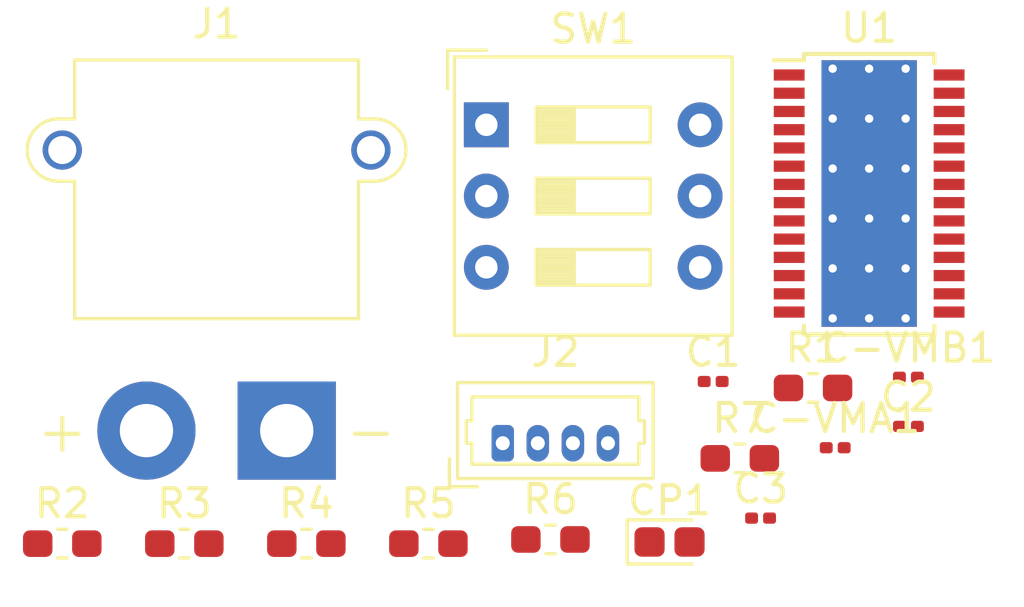
<source format=kicad_pcb>
(kicad_pcb (version 20171130) (host pcbnew "(5.1.5)-3")

  (general
    (thickness 1.6)
    (drawings 0)
    (tracks 0)
    (zones 0)
    (modules 17)
    (nets 24)
  )

  (page A4)
  (layers
    (0 F.Cu signal)
    (31 B.Cu signal)
    (32 B.Adhes user)
    (33 F.Adhes user)
    (34 B.Paste user)
    (35 F.Paste user)
    (36 B.SilkS user)
    (37 F.SilkS user)
    (38 B.Mask user)
    (39 F.Mask user)
    (40 Dwgs.User user)
    (41 Cmts.User user)
    (42 Eco1.User user)
    (43 Eco2.User user)
    (44 Edge.Cuts user)
    (45 Margin user)
    (46 B.CrtYd user)
    (47 F.CrtYd user)
    (48 B.Fab user)
    (49 F.Fab user)
  )

  (setup
    (last_trace_width 0.25)
    (trace_clearance 0.2)
    (zone_clearance 0.508)
    (zone_45_only no)
    (trace_min 0.2)
    (via_size 0.8)
    (via_drill 0.4)
    (via_min_size 0.4)
    (via_min_drill 0.3)
    (uvia_size 0.3)
    (uvia_drill 0.1)
    (uvias_allowed no)
    (uvia_min_size 0.2)
    (uvia_min_drill 0.1)
    (edge_width 0.05)
    (segment_width 0.2)
    (pcb_text_width 0.3)
    (pcb_text_size 1.5 1.5)
    (mod_edge_width 0.12)
    (mod_text_size 1 1)
    (mod_text_width 0.15)
    (pad_size 1.524 1.524)
    (pad_drill 0.762)
    (pad_to_mask_clearance 0.051)
    (solder_mask_min_width 0.25)
    (aux_axis_origin 0 0)
    (visible_elements FFFFFF7F)
    (pcbplotparams
      (layerselection 0x010fc_ffffffff)
      (usegerberextensions false)
      (usegerberattributes false)
      (usegerberadvancedattributes false)
      (creategerberjobfile false)
      (excludeedgelayer true)
      (linewidth 0.100000)
      (plotframeref false)
      (viasonmask false)
      (mode 1)
      (useauxorigin false)
      (hpglpennumber 1)
      (hpglpenspeed 20)
      (hpglpendiameter 15.000000)
      (psnegative false)
      (psa4output false)
      (plotreference true)
      (plotvalue true)
      (plotinvisibletext false)
      (padsonsilk false)
      (subtractmaskfromsilk false)
      (outputformat 1)
      (mirror false)
      (drillshape 1)
      (scaleselection 1)
      (outputdirectory ""))
  )

  (net 0 "")
  (net 1 "Net-(C1-Pad2)")
  (net 2 "Net-(C1-Pad1)")
  (net 3 "Net-(C2-Pad2)")
  (net 4 +12V)
  (net 5 /V3P3OUT)
  (net 6 GND)
  (net 7 "Net-(J2-Pad4)")
  (net 8 "Net-(J2-Pad3)")
  (net 9 "Net-(J2-Pad2)")
  (net 10 "Net-(J2-Pad1)")
  (net 11 "Net-(R2-Pad2)")
  (net 12 "Net-(R4-Pad1)")
  (net 13 "Net-(R5-Pad1)")
  (net 14 "Net-(R6-Pad1)")
  (net 15 "Net-(R7-Pad1)")
  (net 16 /MS1)
  (net 17 +5V)
  (net 18 /MS2)
  (net 19 "Net-(U1-Pad23)")
  (net 20 /STEP)
  (net 21 "Net-(U1-Pad21)")
  (net 22 /DIR)
  (net 23 "Net-(U1-Pad19)")

  (net_class Default "This is the default net class."
    (clearance 0.2)
    (trace_width 0.25)
    (via_dia 0.8)
    (via_drill 0.4)
    (uvia_dia 0.3)
    (uvia_drill 0.1)
    (add_net +12V)
    (add_net +5V)
    (add_net /DIR)
    (add_net /MS1)
    (add_net /MS2)
    (add_net /STEP)
    (add_net /V3P3OUT)
    (add_net GND)
    (add_net "Net-(C1-Pad1)")
    (add_net "Net-(C1-Pad2)")
    (add_net "Net-(C2-Pad2)")
    (add_net "Net-(J2-Pad1)")
    (add_net "Net-(J2-Pad2)")
    (add_net "Net-(J2-Pad3)")
    (add_net "Net-(J2-Pad4)")
    (add_net "Net-(R2-Pad2)")
    (add_net "Net-(R4-Pad1)")
    (add_net "Net-(R5-Pad1)")
    (add_net "Net-(R6-Pad1)")
    (add_net "Net-(R7-Pad1)")
    (add_net "Net-(U1-Pad19)")
    (add_net "Net-(U1-Pad21)")
    (add_net "Net-(U1-Pad23)")
  )

  (module Package_SO:HTSSOP-28-1EP_4.4x9.7mm_P0.65mm_EP3.4x9.5mm_ThermalVias (layer F.Cu) (tedit 5A671C1D) (tstamp 5E5E1E4B)
    (at 57.63 27.59)
    (descr "HTSSOP28: plastic thin shrink small outline package; 28 leads; body width 4.4 mm; thermal pad")
    (tags "TSSOP HTSSOP 0.65 thermal pad")
    (path /5E5BDB2A)
    (attr smd)
    (fp_text reference U1 (at 0 -5.9) (layer F.SilkS)
      (effects (font (size 1 1) (thickness 0.15)))
    )
    (fp_text value DRV8825PWPR (at 0 5.9) (layer F.Fab)
      (effects (font (size 1 1) (thickness 0.15)))
    )
    (fp_text user %R (at 0 0) (layer F.Fab)
      (effects (font (size 0.8 0.8) (thickness 0.15)))
    )
    (fp_line (start -2.325 -4.75) (end -3.4 -4.75) (layer F.SilkS) (width 0.15))
    (fp_line (start -2.325 5.0258) (end 2.325 5.0258) (layer F.SilkS) (width 0.15))
    (fp_line (start -2.325 -4.975) (end 2.325 -4.975) (layer F.SilkS) (width 0.15))
    (fp_line (start -2.325 5.0258) (end -2.325 4.7008) (layer F.SilkS) (width 0.15))
    (fp_line (start 2.325 5.0258) (end 2.325 4.7008) (layer F.SilkS) (width 0.15))
    (fp_line (start 2.325 -4.975) (end 2.325 -4.65) (layer F.SilkS) (width 0.15))
    (fp_line (start -2.325 -4.975) (end -2.325 -4.75) (layer F.SilkS) (width 0.15))
    (fp_line (start -3.65 5.15) (end 3.65 5.15) (layer F.CrtYd) (width 0.05))
    (fp_line (start -3.65 -5.15) (end 3.65 -5.15) (layer F.CrtYd) (width 0.05))
    (fp_line (start 3.65 -5.15) (end 3.65 5.15) (layer F.CrtYd) (width 0.05))
    (fp_line (start -3.65 -5.15) (end -3.65 5.15) (layer F.CrtYd) (width 0.05))
    (fp_line (start -2.2 -3.85) (end -1.2 -4.85) (layer F.Fab) (width 0.15))
    (fp_line (start -2.2 4.85) (end -2.2 -3.85) (layer F.Fab) (width 0.15))
    (fp_line (start 2.2 4.9008) (end -2.2 4.9008) (layer F.Fab) (width 0.15))
    (fp_line (start 2.2 -4.85) (end 2.2 4.85) (layer F.Fab) (width 0.15))
    (fp_line (start -1.2 -4.85) (end 2.2 -4.85) (layer F.Fab) (width 0.15))
    (pad 29 smd rect (at 0 0) (size 3.4 9.5) (layers B.Cu)
      (net 6 GND))
    (pad "" smd rect (at -0.85 3.56) (size 1.4 1.4) (layers F.Paste))
    (pad "" smd rect (at 0.85 3.56) (size 1.4 1.4) (layers F.Paste))
    (pad "" smd rect (at -0.85 1.78) (size 1.4 1.4) (layers F.Paste))
    (pad "" smd rect (at 0.85 1.78) (size 1.4 1.4) (layers F.Paste))
    (pad "" smd rect (at -0.85 0) (size 1.4 1.4) (layers F.Paste))
    (pad "" smd rect (at 0.85 0) (size 1.4 1.4) (layers F.Paste))
    (pad "" smd rect (at -0.85 -1.78) (size 1.4 1.4) (layers F.Paste))
    (pad "" smd rect (at 0.85 -1.78) (size 1.4 1.4) (layers F.Paste))
    (pad "" smd rect (at 0.85 -3.56) (size 1.4 1.4) (layers F.Paste))
    (pad "" smd rect (at -0.85 -3.56) (size 1.4 1.4) (layers F.Paste))
    (pad 29 thru_hole circle (at -1.3 4.45) (size 0.6 0.6) (drill 0.3) (layers *.Cu)
      (net 6 GND))
    (pad 29 thru_hole circle (at 0 4.45) (size 0.6 0.6) (drill 0.3) (layers *.Cu)
      (net 6 GND))
    (pad 29 thru_hole circle (at 1.3 4.45) (size 0.6 0.6) (drill 0.3) (layers *.Cu)
      (net 6 GND))
    (pad 29 thru_hole circle (at -1.3 2.67) (size 0.6 0.6) (drill 0.3) (layers *.Cu)
      (net 6 GND))
    (pad 29 thru_hole circle (at 0 2.67) (size 0.6 0.6) (drill 0.3) (layers *.Cu)
      (net 6 GND))
    (pad 29 thru_hole circle (at 1.3 2.67) (size 0.6 0.6) (drill 0.3) (layers *.Cu)
      (net 6 GND))
    (pad 29 thru_hole circle (at -1.3 0.89) (size 0.6 0.6) (drill 0.3) (layers *.Cu)
      (net 6 GND))
    (pad 29 thru_hole circle (at 0 0.89) (size 0.6 0.6) (drill 0.3) (layers *.Cu)
      (net 6 GND))
    (pad 29 thru_hole circle (at 1.3 0.89) (size 0.6 0.6) (drill 0.3) (layers *.Cu)
      (net 6 GND))
    (pad 29 thru_hole circle (at -1.3 -0.89) (size 0.6 0.6) (drill 0.3) (layers *.Cu)
      (net 6 GND))
    (pad 29 thru_hole circle (at 0 -0.89) (size 0.6 0.6) (drill 0.3) (layers *.Cu)
      (net 6 GND))
    (pad 29 thru_hole circle (at 1.3 -0.89) (size 0.6 0.6) (drill 0.3) (layers *.Cu)
      (net 6 GND))
    (pad 29 thru_hole circle (at -1.3 -2.67) (size 0.6 0.6) (drill 0.3) (layers *.Cu)
      (net 6 GND))
    (pad 29 thru_hole circle (at 0 -2.67) (size 0.6 0.6) (drill 0.3) (layers *.Cu)
      (net 6 GND))
    (pad 29 thru_hole circle (at 1.3 -2.67) (size 0.6 0.6) (drill 0.3) (layers *.Cu)
      (net 6 GND))
    (pad 29 thru_hole circle (at 1.3 -4.45) (size 0.6 0.6) (drill 0.3) (layers *.Cu)
      (net 6 GND))
    (pad 29 thru_hole circle (at 0 -4.45) (size 0.6 0.6) (drill 0.3) (layers *.Cu)
      (net 6 GND))
    (pad 29 thru_hole circle (at -1.3 -4.45) (size 0.6 0.6) (drill 0.3) (layers *.Cu)
      (net 6 GND))
    (pad 29 smd rect (at 0 0) (size 3.4 9.5) (layers F.Cu F.Mask)
      (net 6 GND))
    (pad 28 smd rect (at 2.85 -4.225) (size 1.1 0.4) (layers F.Cu F.Paste F.Mask)
      (net 6 GND))
    (pad 27 smd rect (at 2.85 -3.575) (size 1.1 0.4) (layers F.Cu F.Paste F.Mask)
      (net 15 "Net-(R7-Pad1)"))
    (pad 26 smd rect (at 2.85 -2.925) (size 1.1 0.4) (layers F.Cu F.Paste F.Mask)
      (net 18 /MS2))
    (pad 25 smd rect (at 2.85 -2.275) (size 1.1 0.4) (layers F.Cu F.Paste F.Mask)
      (net 18 /MS2))
    (pad 24 smd rect (at 2.85 -1.625) (size 1.1 0.4) (layers F.Cu F.Paste F.Mask)
      (net 16 /MS1))
    (pad 23 smd rect (at 2.85 -0.975) (size 1.1 0.4) (layers F.Cu F.Paste F.Mask)
      (net 19 "Net-(U1-Pad23)"))
    (pad 22 smd rect (at 2.85 -0.325) (size 1.1 0.4) (layers F.Cu F.Paste F.Mask)
      (net 20 /STEP))
    (pad 21 smd rect (at 2.85 0.325) (size 1.1 0.4) (layers F.Cu F.Paste F.Mask)
      (net 21 "Net-(U1-Pad21)"))
    (pad 20 smd rect (at 2.85 0.975) (size 1.1 0.4) (layers F.Cu F.Paste F.Mask)
      (net 22 /DIR))
    (pad 19 smd rect (at 2.85 1.625) (size 1.1 0.4) (layers F.Cu F.Paste F.Mask)
      (net 23 "Net-(U1-Pad19)"))
    (pad 18 smd rect (at 2.85 2.275) (size 1.1 0.4) (layers F.Cu F.Paste F.Mask)
      (net 14 "Net-(R6-Pad1)"))
    (pad 17 smd rect (at 2.85 2.925) (size 1.1 0.4) (layers F.Cu F.Paste F.Mask)
      (net 17 +5V))
    (pad 16 smd rect (at 2.85 3.575) (size 1.1 0.4) (layers F.Cu F.Paste F.Mask)
      (net 17 +5V))
    (pad 15 smd rect (at 2.85 4.225) (size 1.1 0.4) (layers F.Cu F.Paste F.Mask)
      (net 5 /V3P3OUT))
    (pad 14 smd rect (at -2.85 4.225) (size 1.1 0.4) (layers F.Cu F.Paste F.Mask)
      (net 6 GND))
    (pad 13 smd rect (at -2.85 3.575) (size 1.1 0.4) (layers F.Cu F.Paste F.Mask)
      (net 11 "Net-(R2-Pad2)"))
    (pad 12 smd rect (at -2.85 2.925) (size 1.1 0.4) (layers F.Cu F.Paste F.Mask)
      (net 11 "Net-(R2-Pad2)"))
    (pad 11 smd rect (at -2.85 2.275) (size 1.1 0.4) (layers F.Cu F.Paste F.Mask)
      (net 4 +12V))
    (pad 10 smd rect (at -2.85 1.625) (size 1.1 0.4) (layers F.Cu F.Paste F.Mask)
      (net 9 "Net-(J2-Pad2)"))
    (pad 9 smd rect (at -2.85 0.975) (size 1.1 0.4) (layers F.Cu F.Paste F.Mask)
      (net 13 "Net-(R5-Pad1)"))
    (pad 8 smd rect (at -2.85 0.325) (size 1.1 0.4) (layers F.Cu F.Paste F.Mask)
      (net 10 "Net-(J2-Pad1)"))
    (pad 7 smd rect (at -2.85 -0.325) (size 1.1 0.4) (layers F.Cu F.Paste F.Mask)
      (net 8 "Net-(J2-Pad3)"))
    (pad 6 smd rect (at -2.85 -0.975) (size 1.1 0.4) (layers F.Cu F.Paste F.Mask)
      (net 12 "Net-(R4-Pad1)"))
    (pad 5 smd rect (at -2.85 -1.625) (size 1.1 0.4) (layers F.Cu F.Paste F.Mask)
      (net 7 "Net-(J2-Pad4)"))
    (pad 4 smd rect (at -2.85 -2.275) (size 1.1 0.4) (layers F.Cu F.Paste F.Mask)
      (net 4 +12V))
    (pad 3 smd rect (at -2.85 -2.925) (size 1.1 0.4) (layers F.Cu F.Paste F.Mask)
      (net 3 "Net-(C2-Pad2)"))
    (pad 2 smd rect (at -2.85 -3.575) (size 1.1 0.4) (layers F.Cu F.Paste F.Mask)
      (net 1 "Net-(C1-Pad2)"))
    (pad 1 smd rect (at -2.85 -4.225) (size 1.1 0.4) (layers F.Cu F.Paste F.Mask)
      (net 2 "Net-(C1-Pad1)"))
    (model ${KISYS3DMOD}/Package_SO.3dshapes/HTSSOP-28-1EP_4.4x9.7mm_P0.65mm_EP3.4x9.5mm.wrl
      (at (xyz 0 0 0))
      (scale (xyz 1 1 1))
      (rotate (xyz 0 0 0))
    )
  )

  (module Button_Switch_THT:SW_DIP_SPSTx03_Slide_9.78x9.8mm_W7.62mm_P2.54mm (layer F.Cu) (tedit 5A4E1404) (tstamp 5E5E1DFC)
    (at 43.985 25.14)
    (descr "3x-dip-switch SPST , Slide, row spacing 7.62 mm (300 mils), body size 9.78x9.8mm (see e.g. https://www.ctscorp.com/wp-content/uploads/206-208.pdf)")
    (tags "DIP Switch SPST Slide 7.62mm 300mil")
    (path /5E631C4F)
    (fp_text reference SW1 (at 3.81 -3.42) (layer F.SilkS)
      (effects (font (size 1 1) (thickness 0.15)))
    )
    (fp_text value SW_DIP_x03 (at 3.81 8.5) (layer F.Fab)
      (effects (font (size 1 1) (thickness 0.15)))
    )
    (fp_text user on (at 5.365 -1.4975) (layer F.Fab)
      (effects (font (size 0.8 0.8) (thickness 0.12)))
    )
    (fp_text user %R (at 7.27 2.54 90) (layer F.Fab)
      (effects (font (size 0.8 0.8) (thickness 0.12)))
    )
    (fp_line (start 8.95 -2.7) (end -1.35 -2.7) (layer F.CrtYd) (width 0.05))
    (fp_line (start 8.95 7.75) (end 8.95 -2.7) (layer F.CrtYd) (width 0.05))
    (fp_line (start -1.35 7.75) (end 8.95 7.75) (layer F.CrtYd) (width 0.05))
    (fp_line (start -1.35 -2.7) (end -1.35 7.75) (layer F.CrtYd) (width 0.05))
    (fp_line (start 3.133333 4.445) (end 3.133333 5.715) (layer F.SilkS) (width 0.12))
    (fp_line (start 1.78 5.645) (end 3.133333 5.645) (layer F.SilkS) (width 0.12))
    (fp_line (start 1.78 5.525) (end 3.133333 5.525) (layer F.SilkS) (width 0.12))
    (fp_line (start 1.78 5.405) (end 3.133333 5.405) (layer F.SilkS) (width 0.12))
    (fp_line (start 1.78 5.285) (end 3.133333 5.285) (layer F.SilkS) (width 0.12))
    (fp_line (start 1.78 5.165) (end 3.133333 5.165) (layer F.SilkS) (width 0.12))
    (fp_line (start 1.78 5.045) (end 3.133333 5.045) (layer F.SilkS) (width 0.12))
    (fp_line (start 1.78 4.925) (end 3.133333 4.925) (layer F.SilkS) (width 0.12))
    (fp_line (start 1.78 4.805) (end 3.133333 4.805) (layer F.SilkS) (width 0.12))
    (fp_line (start 1.78 4.685) (end 3.133333 4.685) (layer F.SilkS) (width 0.12))
    (fp_line (start 1.78 4.565) (end 3.133333 4.565) (layer F.SilkS) (width 0.12))
    (fp_line (start 5.84 4.445) (end 1.78 4.445) (layer F.SilkS) (width 0.12))
    (fp_line (start 5.84 5.715) (end 5.84 4.445) (layer F.SilkS) (width 0.12))
    (fp_line (start 1.78 5.715) (end 5.84 5.715) (layer F.SilkS) (width 0.12))
    (fp_line (start 1.78 4.445) (end 1.78 5.715) (layer F.SilkS) (width 0.12))
    (fp_line (start 3.133333 1.905) (end 3.133333 3.175) (layer F.SilkS) (width 0.12))
    (fp_line (start 1.78 3.105) (end 3.133333 3.105) (layer F.SilkS) (width 0.12))
    (fp_line (start 1.78 2.985) (end 3.133333 2.985) (layer F.SilkS) (width 0.12))
    (fp_line (start 1.78 2.865) (end 3.133333 2.865) (layer F.SilkS) (width 0.12))
    (fp_line (start 1.78 2.745) (end 3.133333 2.745) (layer F.SilkS) (width 0.12))
    (fp_line (start 1.78 2.625) (end 3.133333 2.625) (layer F.SilkS) (width 0.12))
    (fp_line (start 1.78 2.505) (end 3.133333 2.505) (layer F.SilkS) (width 0.12))
    (fp_line (start 1.78 2.385) (end 3.133333 2.385) (layer F.SilkS) (width 0.12))
    (fp_line (start 1.78 2.265) (end 3.133333 2.265) (layer F.SilkS) (width 0.12))
    (fp_line (start 1.78 2.145) (end 3.133333 2.145) (layer F.SilkS) (width 0.12))
    (fp_line (start 1.78 2.025) (end 3.133333 2.025) (layer F.SilkS) (width 0.12))
    (fp_line (start 5.84 1.905) (end 1.78 1.905) (layer F.SilkS) (width 0.12))
    (fp_line (start 5.84 3.175) (end 5.84 1.905) (layer F.SilkS) (width 0.12))
    (fp_line (start 1.78 3.175) (end 5.84 3.175) (layer F.SilkS) (width 0.12))
    (fp_line (start 1.78 1.905) (end 1.78 3.175) (layer F.SilkS) (width 0.12))
    (fp_line (start 3.133333 -0.635) (end 3.133333 0.635) (layer F.SilkS) (width 0.12))
    (fp_line (start 1.78 0.565) (end 3.133333 0.565) (layer F.SilkS) (width 0.12))
    (fp_line (start 1.78 0.445) (end 3.133333 0.445) (layer F.SilkS) (width 0.12))
    (fp_line (start 1.78 0.325) (end 3.133333 0.325) (layer F.SilkS) (width 0.12))
    (fp_line (start 1.78 0.205) (end 3.133333 0.205) (layer F.SilkS) (width 0.12))
    (fp_line (start 1.78 0.085) (end 3.133333 0.085) (layer F.SilkS) (width 0.12))
    (fp_line (start 1.78 -0.035) (end 3.133333 -0.035) (layer F.SilkS) (width 0.12))
    (fp_line (start 1.78 -0.155) (end 3.133333 -0.155) (layer F.SilkS) (width 0.12))
    (fp_line (start 1.78 -0.275) (end 3.133333 -0.275) (layer F.SilkS) (width 0.12))
    (fp_line (start 1.78 -0.395) (end 3.133333 -0.395) (layer F.SilkS) (width 0.12))
    (fp_line (start 1.78 -0.515) (end 3.133333 -0.515) (layer F.SilkS) (width 0.12))
    (fp_line (start 5.84 -0.635) (end 1.78 -0.635) (layer F.SilkS) (width 0.12))
    (fp_line (start 5.84 0.635) (end 5.84 -0.635) (layer F.SilkS) (width 0.12))
    (fp_line (start 1.78 0.635) (end 5.84 0.635) (layer F.SilkS) (width 0.12))
    (fp_line (start 1.78 -0.635) (end 1.78 0.635) (layer F.SilkS) (width 0.12))
    (fp_line (start -1.38 -2.66) (end -1.38 -1.277) (layer F.SilkS) (width 0.12))
    (fp_line (start -1.38 -2.66) (end 0.004 -2.66) (layer F.SilkS) (width 0.12))
    (fp_line (start 8.76 -2.42) (end 8.76 7.5) (layer F.SilkS) (width 0.12))
    (fp_line (start -1.14 -2.42) (end -1.14 7.5) (layer F.SilkS) (width 0.12))
    (fp_line (start -1.14 7.5) (end 8.76 7.5) (layer F.SilkS) (width 0.12))
    (fp_line (start -1.14 -2.42) (end 8.76 -2.42) (layer F.SilkS) (width 0.12))
    (fp_line (start 3.133333 4.445) (end 3.133333 5.715) (layer F.Fab) (width 0.1))
    (fp_line (start 1.78 5.645) (end 3.133333 5.645) (layer F.Fab) (width 0.1))
    (fp_line (start 1.78 5.545) (end 3.133333 5.545) (layer F.Fab) (width 0.1))
    (fp_line (start 1.78 5.445) (end 3.133333 5.445) (layer F.Fab) (width 0.1))
    (fp_line (start 1.78 5.345) (end 3.133333 5.345) (layer F.Fab) (width 0.1))
    (fp_line (start 1.78 5.245) (end 3.133333 5.245) (layer F.Fab) (width 0.1))
    (fp_line (start 1.78 5.145) (end 3.133333 5.145) (layer F.Fab) (width 0.1))
    (fp_line (start 1.78 5.045) (end 3.133333 5.045) (layer F.Fab) (width 0.1))
    (fp_line (start 1.78 4.945) (end 3.133333 4.945) (layer F.Fab) (width 0.1))
    (fp_line (start 1.78 4.845) (end 3.133333 4.845) (layer F.Fab) (width 0.1))
    (fp_line (start 1.78 4.745) (end 3.133333 4.745) (layer F.Fab) (width 0.1))
    (fp_line (start 1.78 4.645) (end 3.133333 4.645) (layer F.Fab) (width 0.1))
    (fp_line (start 1.78 4.545) (end 3.133333 4.545) (layer F.Fab) (width 0.1))
    (fp_line (start 5.84 4.445) (end 1.78 4.445) (layer F.Fab) (width 0.1))
    (fp_line (start 5.84 5.715) (end 5.84 4.445) (layer F.Fab) (width 0.1))
    (fp_line (start 1.78 5.715) (end 5.84 5.715) (layer F.Fab) (width 0.1))
    (fp_line (start 1.78 4.445) (end 1.78 5.715) (layer F.Fab) (width 0.1))
    (fp_line (start 3.133333 1.905) (end 3.133333 3.175) (layer F.Fab) (width 0.1))
    (fp_line (start 1.78 3.105) (end 3.133333 3.105) (layer F.Fab) (width 0.1))
    (fp_line (start 1.78 3.005) (end 3.133333 3.005) (layer F.Fab) (width 0.1))
    (fp_line (start 1.78 2.905) (end 3.133333 2.905) (layer F.Fab) (width 0.1))
    (fp_line (start 1.78 2.805) (end 3.133333 2.805) (layer F.Fab) (width 0.1))
    (fp_line (start 1.78 2.705) (end 3.133333 2.705) (layer F.Fab) (width 0.1))
    (fp_line (start 1.78 2.605) (end 3.133333 2.605) (layer F.Fab) (width 0.1))
    (fp_line (start 1.78 2.505) (end 3.133333 2.505) (layer F.Fab) (width 0.1))
    (fp_line (start 1.78 2.405) (end 3.133333 2.405) (layer F.Fab) (width 0.1))
    (fp_line (start 1.78 2.305) (end 3.133333 2.305) (layer F.Fab) (width 0.1))
    (fp_line (start 1.78 2.205) (end 3.133333 2.205) (layer F.Fab) (width 0.1))
    (fp_line (start 1.78 2.105) (end 3.133333 2.105) (layer F.Fab) (width 0.1))
    (fp_line (start 1.78 2.005) (end 3.133333 2.005) (layer F.Fab) (width 0.1))
    (fp_line (start 5.84 1.905) (end 1.78 1.905) (layer F.Fab) (width 0.1))
    (fp_line (start 5.84 3.175) (end 5.84 1.905) (layer F.Fab) (width 0.1))
    (fp_line (start 1.78 3.175) (end 5.84 3.175) (layer F.Fab) (width 0.1))
    (fp_line (start 1.78 1.905) (end 1.78 3.175) (layer F.Fab) (width 0.1))
    (fp_line (start 3.133333 -0.635) (end 3.133333 0.635) (layer F.Fab) (width 0.1))
    (fp_line (start 1.78 0.565) (end 3.133333 0.565) (layer F.Fab) (width 0.1))
    (fp_line (start 1.78 0.465) (end 3.133333 0.465) (layer F.Fab) (width 0.1))
    (fp_line (start 1.78 0.365) (end 3.133333 0.365) (layer F.Fab) (width 0.1))
    (fp_line (start 1.78 0.265) (end 3.133333 0.265) (layer F.Fab) (width 0.1))
    (fp_line (start 1.78 0.165) (end 3.133333 0.165) (layer F.Fab) (width 0.1))
    (fp_line (start 1.78 0.065) (end 3.133333 0.065) (layer F.Fab) (width 0.1))
    (fp_line (start 1.78 -0.035) (end 3.133333 -0.035) (layer F.Fab) (width 0.1))
    (fp_line (start 1.78 -0.135) (end 3.133333 -0.135) (layer F.Fab) (width 0.1))
    (fp_line (start 1.78 -0.235) (end 3.133333 -0.235) (layer F.Fab) (width 0.1))
    (fp_line (start 1.78 -0.335) (end 3.133333 -0.335) (layer F.Fab) (width 0.1))
    (fp_line (start 1.78 -0.435) (end 3.133333 -0.435) (layer F.Fab) (width 0.1))
    (fp_line (start 1.78 -0.535) (end 3.133333 -0.535) (layer F.Fab) (width 0.1))
    (fp_line (start 5.84 -0.635) (end 1.78 -0.635) (layer F.Fab) (width 0.1))
    (fp_line (start 5.84 0.635) (end 5.84 -0.635) (layer F.Fab) (width 0.1))
    (fp_line (start 1.78 0.635) (end 5.84 0.635) (layer F.Fab) (width 0.1))
    (fp_line (start 1.78 -0.635) (end 1.78 0.635) (layer F.Fab) (width 0.1))
    (fp_line (start -1.08 -1.36) (end -0.08 -2.36) (layer F.Fab) (width 0.1))
    (fp_line (start -1.08 7.44) (end -1.08 -1.36) (layer F.Fab) (width 0.1))
    (fp_line (start 8.7 7.44) (end -1.08 7.44) (layer F.Fab) (width 0.1))
    (fp_line (start 8.7 -2.36) (end 8.7 7.44) (layer F.Fab) (width 0.1))
    (fp_line (start -0.08 -2.36) (end 8.7 -2.36) (layer F.Fab) (width 0.1))
    (pad 6 thru_hole oval (at 7.62 0) (size 1.6 1.6) (drill 0.8) (layers *.Cu *.Mask)
      (net 16 /MS1))
    (pad 3 thru_hole oval (at 0 5.08) (size 1.6 1.6) (drill 0.8) (layers *.Cu *.Mask)
      (net 17 +5V))
    (pad 5 thru_hole oval (at 7.62 2.54) (size 1.6 1.6) (drill 0.8) (layers *.Cu *.Mask)
      (net 18 /MS2))
    (pad 2 thru_hole oval (at 0 2.54) (size 1.6 1.6) (drill 0.8) (layers *.Cu *.Mask)
      (net 17 +5V))
    (pad 4 thru_hole oval (at 7.62 5.08) (size 1.6 1.6) (drill 0.8) (layers *.Cu *.Mask)
      (net 18 /MS2))
    (pad 1 thru_hole rect (at 0 0) (size 1.6 1.6) (drill 0.8) (layers *.Cu *.Mask)
      (net 17 +5V))
    (model ${KISYS3DMOD}/Button_Switch_THT.3dshapes/SW_DIP_SPSTx03_Slide_9.78x9.8mm_W7.62mm_P2.54mm.wrl
      (at (xyz 0 0 0))
      (scale (xyz 1 1 1))
      (rotate (xyz 0 0 90))
    )
  )

  (module Resistor_SMD:R_0603_1608Metric_Pad1.05x0.95mm_HandSolder (layer F.Cu) (tedit 5B301BBD) (tstamp 5E5E1D81)
    (at 53.02 37.03)
    (descr "Resistor SMD 0603 (1608 Metric), square (rectangular) end terminal, IPC_7351 nominal with elongated pad for handsoldering. (Body size source: http://www.tortai-tech.com/upload/download/2011102023233369053.pdf), generated with kicad-footprint-generator")
    (tags "resistor handsolder")
    (path /5E5F31A6)
    (attr smd)
    (fp_text reference R7 (at 0 -1.43) (layer F.SilkS)
      (effects (font (size 1 1) (thickness 0.15)))
    )
    (fp_text value 10K (at 0 1.43) (layer F.Fab)
      (effects (font (size 1 1) (thickness 0.15)))
    )
    (fp_text user %R (at 0 0) (layer F.Fab)
      (effects (font (size 0.4 0.4) (thickness 0.06)))
    )
    (fp_line (start 1.65 0.73) (end -1.65 0.73) (layer F.CrtYd) (width 0.05))
    (fp_line (start 1.65 -0.73) (end 1.65 0.73) (layer F.CrtYd) (width 0.05))
    (fp_line (start -1.65 -0.73) (end 1.65 -0.73) (layer F.CrtYd) (width 0.05))
    (fp_line (start -1.65 0.73) (end -1.65 -0.73) (layer F.CrtYd) (width 0.05))
    (fp_line (start -0.171267 0.51) (end 0.171267 0.51) (layer F.SilkS) (width 0.12))
    (fp_line (start -0.171267 -0.51) (end 0.171267 -0.51) (layer F.SilkS) (width 0.12))
    (fp_line (start 0.8 0.4) (end -0.8 0.4) (layer F.Fab) (width 0.1))
    (fp_line (start 0.8 -0.4) (end 0.8 0.4) (layer F.Fab) (width 0.1))
    (fp_line (start -0.8 -0.4) (end 0.8 -0.4) (layer F.Fab) (width 0.1))
    (fp_line (start -0.8 0.4) (end -0.8 -0.4) (layer F.Fab) (width 0.1))
    (pad 2 smd roundrect (at 0.875 0) (size 1.05 0.95) (layers F.Cu F.Paste F.Mask) (roundrect_rratio 0.25)
      (net 5 /V3P3OUT))
    (pad 1 smd roundrect (at -0.875 0) (size 1.05 0.95) (layers F.Cu F.Paste F.Mask) (roundrect_rratio 0.25)
      (net 15 "Net-(R7-Pad1)"))
    (model ${KISYS3DMOD}/Resistor_SMD.3dshapes/R_0603_1608Metric.wrl
      (at (xyz 0 0 0))
      (scale (xyz 1 1 1))
      (rotate (xyz 0 0 0))
    )
  )

  (module Resistor_SMD:R_0603_1608Metric_Pad1.05x0.95mm_HandSolder (layer F.Cu) (tedit 5B301BBD) (tstamp 5E5E1D70)
    (at 46.27 39.92)
    (descr "Resistor SMD 0603 (1608 Metric), square (rectangular) end terminal, IPC_7351 nominal with elongated pad for handsoldering. (Body size source: http://www.tortai-tech.com/upload/download/2011102023233369053.pdf), generated with kicad-footprint-generator")
    (tags "resistor handsolder")
    (path /5E5EE5E6)
    (attr smd)
    (fp_text reference R6 (at 0 -1.43) (layer F.SilkS)
      (effects (font (size 1 1) (thickness 0.15)))
    )
    (fp_text value 10K (at 0 1.43) (layer F.Fab)
      (effects (font (size 1 1) (thickness 0.15)))
    )
    (fp_text user %R (at 0 0) (layer F.Fab)
      (effects (font (size 0.4 0.4) (thickness 0.06)))
    )
    (fp_line (start 1.65 0.73) (end -1.65 0.73) (layer F.CrtYd) (width 0.05))
    (fp_line (start 1.65 -0.73) (end 1.65 0.73) (layer F.CrtYd) (width 0.05))
    (fp_line (start -1.65 -0.73) (end 1.65 -0.73) (layer F.CrtYd) (width 0.05))
    (fp_line (start -1.65 0.73) (end -1.65 -0.73) (layer F.CrtYd) (width 0.05))
    (fp_line (start -0.171267 0.51) (end 0.171267 0.51) (layer F.SilkS) (width 0.12))
    (fp_line (start -0.171267 -0.51) (end 0.171267 -0.51) (layer F.SilkS) (width 0.12))
    (fp_line (start 0.8 0.4) (end -0.8 0.4) (layer F.Fab) (width 0.1))
    (fp_line (start 0.8 -0.4) (end 0.8 0.4) (layer F.Fab) (width 0.1))
    (fp_line (start -0.8 -0.4) (end 0.8 -0.4) (layer F.Fab) (width 0.1))
    (fp_line (start -0.8 0.4) (end -0.8 -0.4) (layer F.Fab) (width 0.1))
    (pad 2 smd roundrect (at 0.875 0) (size 1.05 0.95) (layers F.Cu F.Paste F.Mask) (roundrect_rratio 0.25)
      (net 5 /V3P3OUT))
    (pad 1 smd roundrect (at -0.875 0) (size 1.05 0.95) (layers F.Cu F.Paste F.Mask) (roundrect_rratio 0.25)
      (net 14 "Net-(R6-Pad1)"))
    (model ${KISYS3DMOD}/Resistor_SMD.3dshapes/R_0603_1608Metric.wrl
      (at (xyz 0 0 0))
      (scale (xyz 1 1 1))
      (rotate (xyz 0 0 0))
    )
  )

  (module Resistor_SMD:R_0603_1608Metric_Pad1.05x0.95mm_HandSolder (layer F.Cu) (tedit 5B301BBD) (tstamp 5E5E1D5F)
    (at 41.92 40.07)
    (descr "Resistor SMD 0603 (1608 Metric), square (rectangular) end terminal, IPC_7351 nominal with elongated pad for handsoldering. (Body size source: http://www.tortai-tech.com/upload/download/2011102023233369053.pdf), generated with kicad-footprint-generator")
    (tags "resistor handsolder")
    (path /5E5EA247)
    (attr smd)
    (fp_text reference R5 (at 0 -1.43) (layer F.SilkS)
      (effects (font (size 1 1) (thickness 0.15)))
    )
    (fp_text value 200m (at 0 1.43) (layer F.Fab)
      (effects (font (size 1 1) (thickness 0.15)))
    )
    (fp_text user %R (at 0 0) (layer F.Fab)
      (effects (font (size 0.4 0.4) (thickness 0.06)))
    )
    (fp_line (start 1.65 0.73) (end -1.65 0.73) (layer F.CrtYd) (width 0.05))
    (fp_line (start 1.65 -0.73) (end 1.65 0.73) (layer F.CrtYd) (width 0.05))
    (fp_line (start -1.65 -0.73) (end 1.65 -0.73) (layer F.CrtYd) (width 0.05))
    (fp_line (start -1.65 0.73) (end -1.65 -0.73) (layer F.CrtYd) (width 0.05))
    (fp_line (start -0.171267 0.51) (end 0.171267 0.51) (layer F.SilkS) (width 0.12))
    (fp_line (start -0.171267 -0.51) (end 0.171267 -0.51) (layer F.SilkS) (width 0.12))
    (fp_line (start 0.8 0.4) (end -0.8 0.4) (layer F.Fab) (width 0.1))
    (fp_line (start 0.8 -0.4) (end 0.8 0.4) (layer F.Fab) (width 0.1))
    (fp_line (start -0.8 -0.4) (end 0.8 -0.4) (layer F.Fab) (width 0.1))
    (fp_line (start -0.8 0.4) (end -0.8 -0.4) (layer F.Fab) (width 0.1))
    (pad 2 smd roundrect (at 0.875 0) (size 1.05 0.95) (layers F.Cu F.Paste F.Mask) (roundrect_rratio 0.25)
      (net 6 GND))
    (pad 1 smd roundrect (at -0.875 0) (size 1.05 0.95) (layers F.Cu F.Paste F.Mask) (roundrect_rratio 0.25)
      (net 13 "Net-(R5-Pad1)"))
    (model ${KISYS3DMOD}/Resistor_SMD.3dshapes/R_0603_1608Metric.wrl
      (at (xyz 0 0 0))
      (scale (xyz 1 1 1))
      (rotate (xyz 0 0 0))
    )
  )

  (module Resistor_SMD:R_0603_1608Metric_Pad1.05x0.95mm_HandSolder (layer F.Cu) (tedit 5B301BBD) (tstamp 5E5E1D4E)
    (at 37.57 40.07)
    (descr "Resistor SMD 0603 (1608 Metric), square (rectangular) end terminal, IPC_7351 nominal with elongated pad for handsoldering. (Body size source: http://www.tortai-tech.com/upload/download/2011102023233369053.pdf), generated with kicad-footprint-generator")
    (tags "resistor handsolder")
    (path /5E5E8AA0)
    (attr smd)
    (fp_text reference R4 (at 0 -1.43) (layer F.SilkS)
      (effects (font (size 1 1) (thickness 0.15)))
    )
    (fp_text value 200m (at 0 1.43) (layer F.Fab)
      (effects (font (size 1 1) (thickness 0.15)))
    )
    (fp_text user %R (at 0 0) (layer F.Fab)
      (effects (font (size 0.4 0.4) (thickness 0.06)))
    )
    (fp_line (start 1.65 0.73) (end -1.65 0.73) (layer F.CrtYd) (width 0.05))
    (fp_line (start 1.65 -0.73) (end 1.65 0.73) (layer F.CrtYd) (width 0.05))
    (fp_line (start -1.65 -0.73) (end 1.65 -0.73) (layer F.CrtYd) (width 0.05))
    (fp_line (start -1.65 0.73) (end -1.65 -0.73) (layer F.CrtYd) (width 0.05))
    (fp_line (start -0.171267 0.51) (end 0.171267 0.51) (layer F.SilkS) (width 0.12))
    (fp_line (start -0.171267 -0.51) (end 0.171267 -0.51) (layer F.SilkS) (width 0.12))
    (fp_line (start 0.8 0.4) (end -0.8 0.4) (layer F.Fab) (width 0.1))
    (fp_line (start 0.8 -0.4) (end 0.8 0.4) (layer F.Fab) (width 0.1))
    (fp_line (start -0.8 -0.4) (end 0.8 -0.4) (layer F.Fab) (width 0.1))
    (fp_line (start -0.8 0.4) (end -0.8 -0.4) (layer F.Fab) (width 0.1))
    (pad 2 smd roundrect (at 0.875 0) (size 1.05 0.95) (layers F.Cu F.Paste F.Mask) (roundrect_rratio 0.25)
      (net 6 GND))
    (pad 1 smd roundrect (at -0.875 0) (size 1.05 0.95) (layers F.Cu F.Paste F.Mask) (roundrect_rratio 0.25)
      (net 12 "Net-(R4-Pad1)"))
    (model ${KISYS3DMOD}/Resistor_SMD.3dshapes/R_0603_1608Metric.wrl
      (at (xyz 0 0 0))
      (scale (xyz 1 1 1))
      (rotate (xyz 0 0 0))
    )
  )

  (module Resistor_SMD:R_0603_1608Metric_Pad1.05x0.95mm_HandSolder (layer F.Cu) (tedit 5B301BBD) (tstamp 5E5E1D3D)
    (at 33.22 40.07)
    (descr "Resistor SMD 0603 (1608 Metric), square (rectangular) end terminal, IPC_7351 nominal with elongated pad for handsoldering. (Body size source: http://www.tortai-tech.com/upload/download/2011102023233369053.pdf), generated with kicad-footprint-generator")
    (tags "resistor handsolder")
    (path /5E5FD16F)
    (attr smd)
    (fp_text reference R3 (at 0 -1.43) (layer F.SilkS)
      (effects (font (size 1 1) (thickness 0.15)))
    )
    (fp_text value 30K (at 0 1.43) (layer F.Fab)
      (effects (font (size 1 1) (thickness 0.15)))
    )
    (fp_text user %R (at 0 0) (layer F.Fab)
      (effects (font (size 0.4 0.4) (thickness 0.06)))
    )
    (fp_line (start 1.65 0.73) (end -1.65 0.73) (layer F.CrtYd) (width 0.05))
    (fp_line (start 1.65 -0.73) (end 1.65 0.73) (layer F.CrtYd) (width 0.05))
    (fp_line (start -1.65 -0.73) (end 1.65 -0.73) (layer F.CrtYd) (width 0.05))
    (fp_line (start -1.65 0.73) (end -1.65 -0.73) (layer F.CrtYd) (width 0.05))
    (fp_line (start -0.171267 0.51) (end 0.171267 0.51) (layer F.SilkS) (width 0.12))
    (fp_line (start -0.171267 -0.51) (end 0.171267 -0.51) (layer F.SilkS) (width 0.12))
    (fp_line (start 0.8 0.4) (end -0.8 0.4) (layer F.Fab) (width 0.1))
    (fp_line (start 0.8 -0.4) (end 0.8 0.4) (layer F.Fab) (width 0.1))
    (fp_line (start -0.8 -0.4) (end 0.8 -0.4) (layer F.Fab) (width 0.1))
    (fp_line (start -0.8 0.4) (end -0.8 -0.4) (layer F.Fab) (width 0.1))
    (pad 2 smd roundrect (at 0.875 0) (size 1.05 0.95) (layers F.Cu F.Paste F.Mask) (roundrect_rratio 0.25)
      (net 6 GND))
    (pad 1 smd roundrect (at -0.875 0) (size 1.05 0.95) (layers F.Cu F.Paste F.Mask) (roundrect_rratio 0.25)
      (net 11 "Net-(R2-Pad2)"))
    (model ${KISYS3DMOD}/Resistor_SMD.3dshapes/R_0603_1608Metric.wrl
      (at (xyz 0 0 0))
      (scale (xyz 1 1 1))
      (rotate (xyz 0 0 0))
    )
  )

  (module Resistor_SMD:R_0603_1608Metric_Pad1.05x0.95mm_HandSolder (layer F.Cu) (tedit 5B301BBD) (tstamp 5E5E1D2C)
    (at 28.87 40.07)
    (descr "Resistor SMD 0603 (1608 Metric), square (rectangular) end terminal, IPC_7351 nominal with elongated pad for handsoldering. (Body size source: http://www.tortai-tech.com/upload/download/2011102023233369053.pdf), generated with kicad-footprint-generator")
    (tags "resistor handsolder")
    (path /5E5FA975)
    (attr smd)
    (fp_text reference R2 (at 0 -1.43) (layer F.SilkS)
      (effects (font (size 1 1) (thickness 0.15)))
    )
    (fp_text value 50K (at 0 1.43) (layer F.Fab)
      (effects (font (size 1 1) (thickness 0.15)))
    )
    (fp_text user %R (at 0 0) (layer F.Fab)
      (effects (font (size 0.4 0.4) (thickness 0.06)))
    )
    (fp_line (start 1.65 0.73) (end -1.65 0.73) (layer F.CrtYd) (width 0.05))
    (fp_line (start 1.65 -0.73) (end 1.65 0.73) (layer F.CrtYd) (width 0.05))
    (fp_line (start -1.65 -0.73) (end 1.65 -0.73) (layer F.CrtYd) (width 0.05))
    (fp_line (start -1.65 0.73) (end -1.65 -0.73) (layer F.CrtYd) (width 0.05))
    (fp_line (start -0.171267 0.51) (end 0.171267 0.51) (layer F.SilkS) (width 0.12))
    (fp_line (start -0.171267 -0.51) (end 0.171267 -0.51) (layer F.SilkS) (width 0.12))
    (fp_line (start 0.8 0.4) (end -0.8 0.4) (layer F.Fab) (width 0.1))
    (fp_line (start 0.8 -0.4) (end 0.8 0.4) (layer F.Fab) (width 0.1))
    (fp_line (start -0.8 -0.4) (end 0.8 -0.4) (layer F.Fab) (width 0.1))
    (fp_line (start -0.8 0.4) (end -0.8 -0.4) (layer F.Fab) (width 0.1))
    (pad 2 smd roundrect (at 0.875 0) (size 1.05 0.95) (layers F.Cu F.Paste F.Mask) (roundrect_rratio 0.25)
      (net 11 "Net-(R2-Pad2)"))
    (pad 1 smd roundrect (at -0.875 0) (size 1.05 0.95) (layers F.Cu F.Paste F.Mask) (roundrect_rratio 0.25)
      (net 5 /V3P3OUT))
    (model ${KISYS3DMOD}/Resistor_SMD.3dshapes/R_0603_1608Metric.wrl
      (at (xyz 0 0 0))
      (scale (xyz 1 1 1))
      (rotate (xyz 0 0 0))
    )
  )

  (module Resistor_SMD:R_0603_1608Metric_Pad1.05x0.95mm_HandSolder (layer F.Cu) (tedit 5B301BBD) (tstamp 5E5E1D1B)
    (at 55.63 34.52)
    (descr "Resistor SMD 0603 (1608 Metric), square (rectangular) end terminal, IPC_7351 nominal with elongated pad for handsoldering. (Body size source: http://www.tortai-tech.com/upload/download/2011102023233369053.pdf), generated with kicad-footprint-generator")
    (tags "resistor handsolder")
    (path /5E5CB7B2)
    (attr smd)
    (fp_text reference R1 (at 0 -1.43) (layer F.SilkS)
      (effects (font (size 1 1) (thickness 0.15)))
    )
    (fp_text value 1M (at 0 1.43) (layer F.Fab)
      (effects (font (size 1 1) (thickness 0.15)))
    )
    (fp_text user %R (at 0 0) (layer F.Fab)
      (effects (font (size 0.4 0.4) (thickness 0.06)))
    )
    (fp_line (start 1.65 0.73) (end -1.65 0.73) (layer F.CrtYd) (width 0.05))
    (fp_line (start 1.65 -0.73) (end 1.65 0.73) (layer F.CrtYd) (width 0.05))
    (fp_line (start -1.65 -0.73) (end 1.65 -0.73) (layer F.CrtYd) (width 0.05))
    (fp_line (start -1.65 0.73) (end -1.65 -0.73) (layer F.CrtYd) (width 0.05))
    (fp_line (start -0.171267 0.51) (end 0.171267 0.51) (layer F.SilkS) (width 0.12))
    (fp_line (start -0.171267 -0.51) (end 0.171267 -0.51) (layer F.SilkS) (width 0.12))
    (fp_line (start 0.8 0.4) (end -0.8 0.4) (layer F.Fab) (width 0.1))
    (fp_line (start 0.8 -0.4) (end 0.8 0.4) (layer F.Fab) (width 0.1))
    (fp_line (start -0.8 -0.4) (end 0.8 -0.4) (layer F.Fab) (width 0.1))
    (fp_line (start -0.8 0.4) (end -0.8 -0.4) (layer F.Fab) (width 0.1))
    (pad 2 smd roundrect (at 0.875 0) (size 1.05 0.95) (layers F.Cu F.Paste F.Mask) (roundrect_rratio 0.25)
      (net 3 "Net-(C2-Pad2)"))
    (pad 1 smd roundrect (at -0.875 0) (size 1.05 0.95) (layers F.Cu F.Paste F.Mask) (roundrect_rratio 0.25)
      (net 4 +12V))
    (model ${KISYS3DMOD}/Resistor_SMD.3dshapes/R_0603_1608Metric.wrl
      (at (xyz 0 0 0))
      (scale (xyz 1 1 1))
      (rotate (xyz 0 0 0))
    )
  )

  (module Connector_Molex:Molex_PicoBlade_53047-0410_1x04_P1.25mm_Vertical (layer F.Cu) (tedit 5B783167) (tstamp 5E5E1D0A)
    (at 44.57 36.49)
    (descr "Molex PicoBlade Connector System, 53047-0410, 4 Pins per row (http://www.molex.com/pdm_docs/sd/530470610_sd.pdf), generated with kicad-footprint-generator")
    (tags "connector Molex PicoBlade side entry")
    (path /5E60B6B4)
    (fp_text reference J2 (at 1.88 -3.25) (layer F.SilkS)
      (effects (font (size 1 1) (thickness 0.15)))
    )
    (fp_text value Conn_01x04_Male (at 1.88 2.35) (layer F.Fab)
      (effects (font (size 1 1) (thickness 0.15)))
    )
    (fp_text user %R (at 1.88 -1.35) (layer F.Fab)
      (effects (font (size 1 1) (thickness 0.15)))
    )
    (fp_line (start 5.75 -2.55) (end -2 -2.55) (layer F.CrtYd) (width 0.05))
    (fp_line (start 5.75 1.65) (end 5.75 -2.55) (layer F.CrtYd) (width 0.05))
    (fp_line (start -2 1.65) (end 5.75 1.65) (layer F.CrtYd) (width 0.05))
    (fp_line (start -2 -2.55) (end -2 1.65) (layer F.CrtYd) (width 0.05))
    (fp_line (start 0 0.442893) (end 0.5 1.15) (layer F.Fab) (width 0.1))
    (fp_line (start -0.5 1.15) (end 0 0.442893) (layer F.Fab) (width 0.1))
    (fp_line (start -1.9 1.55) (end -0.9 1.55) (layer F.SilkS) (width 0.12))
    (fp_line (start -1.9 1.55) (end -1.9 0.55) (layer F.SilkS) (width 0.12))
    (fp_line (start 4.85 -1.65) (end 1.875 -1.65) (layer F.SilkS) (width 0.12))
    (fp_line (start 4.85 -0.8) (end 4.85 -1.65) (layer F.SilkS) (width 0.12))
    (fp_line (start 5.05 -0.8) (end 4.85 -0.8) (layer F.SilkS) (width 0.12))
    (fp_line (start 5.05 0) (end 5.05 -0.8) (layer F.SilkS) (width 0.12))
    (fp_line (start 4.85 0) (end 5.05 0) (layer F.SilkS) (width 0.12))
    (fp_line (start 4.85 0.75) (end 4.85 0) (layer F.SilkS) (width 0.12))
    (fp_line (start 1.875 0.75) (end 4.85 0.75) (layer F.SilkS) (width 0.12))
    (fp_line (start -1.1 -1.65) (end 1.875 -1.65) (layer F.SilkS) (width 0.12))
    (fp_line (start -1.1 -0.8) (end -1.1 -1.65) (layer F.SilkS) (width 0.12))
    (fp_line (start -1.3 -0.8) (end -1.1 -0.8) (layer F.SilkS) (width 0.12))
    (fp_line (start -1.3 0) (end -1.3 -0.8) (layer F.SilkS) (width 0.12))
    (fp_line (start -1.1 0) (end -1.3 0) (layer F.SilkS) (width 0.12))
    (fp_line (start -1.1 0.75) (end -1.1 0) (layer F.SilkS) (width 0.12))
    (fp_line (start 1.875 0.75) (end -1.1 0.75) (layer F.SilkS) (width 0.12))
    (fp_line (start 5.36 -2.16) (end -1.61 -2.16) (layer F.SilkS) (width 0.12))
    (fp_line (start 5.36 1.26) (end 5.36 -2.16) (layer F.SilkS) (width 0.12))
    (fp_line (start -1.61 1.26) (end 5.36 1.26) (layer F.SilkS) (width 0.12))
    (fp_line (start -1.61 -2.16) (end -1.61 1.26) (layer F.SilkS) (width 0.12))
    (fp_line (start 5.25 -2.05) (end -1.5 -2.05) (layer F.Fab) (width 0.1))
    (fp_line (start 5.25 1.15) (end 5.25 -2.05) (layer F.Fab) (width 0.1))
    (fp_line (start -1.5 1.15) (end 5.25 1.15) (layer F.Fab) (width 0.1))
    (fp_line (start -1.5 -2.05) (end -1.5 1.15) (layer F.Fab) (width 0.1))
    (pad 4 thru_hole oval (at 3.75 0) (size 0.8 1.3) (drill 0.5) (layers *.Cu *.Mask)
      (net 7 "Net-(J2-Pad4)"))
    (pad 3 thru_hole oval (at 2.5 0) (size 0.8 1.3) (drill 0.5) (layers *.Cu *.Mask)
      (net 8 "Net-(J2-Pad3)"))
    (pad 2 thru_hole oval (at 1.25 0) (size 0.8 1.3) (drill 0.5) (layers *.Cu *.Mask)
      (net 9 "Net-(J2-Pad2)"))
    (pad 1 thru_hole roundrect (at 0 0) (size 0.8 1.3) (drill 0.5) (layers *.Cu *.Mask) (roundrect_rratio 0.25)
      (net 10 "Net-(J2-Pad1)"))
    (model ${KISYS3DMOD}/Connector_Molex.3dshapes/Molex_PicoBlade_53047-0410_1x04_P1.25mm_Vertical.wrl
      (at (xyz 0 0 0))
      (scale (xyz 1 1 1))
      (rotate (xyz 0 0 0))
    )
  )

  (module Connector_AMASS:AMASS_XT30PW-M_1x02_P2.50mm_Horizontal (layer F.Cu) (tedit 5C8EB279) (tstamp 5E5E1CE3)
    (at 36.87 36.04)
    (descr "Connector XT30 Horizontal PCB Male, https://www.tme.eu/en/Document/ce4077e36b79046da520ca73227e15de/XT30PW%20SPEC.pdf")
    (tags "RC Connector XT30")
    (path /5E63E330)
    (fp_text reference J1 (at -2.5 -14.5) (layer F.SilkS)
      (effects (font (size 1 1) (thickness 0.15)))
    )
    (fp_text value Conn_Coaxial_Power (at -2.5 3.5) (layer F.Fab)
      (effects (font (size 1 1) (thickness 0.15)))
    )
    (fp_text user + (at -8 0) (layer F.SilkS)
      (effects (font (size 1.5 1.5) (thickness 0.15)))
    )
    (fp_text user - (at 3 0) (layer F.SilkS)
      (effects (font (size 1.5 1.5) (thickness 0.15)))
    )
    (fp_arc (start 3.15 -10) (end 3.15 -8.89) (angle -180) (layer F.SilkS) (width 0.12))
    (fp_arc (start -8.15 -10) (end -8.15 -11.11) (angle -180) (layer F.SilkS) (width 0.12))
    (fp_arc (start -8.15 -10) (end -8.15 -11) (angle -180) (layer F.Fab) (width 0.1))
    (fp_arc (start 3.15 -10) (end 3.15 -9) (angle -180) (layer F.Fab) (width 0.1))
    (fp_line (start 2.56 -13.21) (end 2.56 -11.11) (layer F.SilkS) (width 0.12))
    (fp_line (start -9.65 -13.6) (end 4.65 -13.6) (layer F.CrtYd) (width 0.05))
    (fp_line (start 4.65 -13.6) (end 4.65 2.25) (layer F.CrtYd) (width 0.05))
    (fp_line (start -9.65 2.25) (end 4.65 2.25) (layer F.CrtYd) (width 0.05))
    (fp_line (start -9.65 -13.6) (end -9.65 2.25) (layer F.CrtYd) (width 0.05))
    (fp_line (start -8.15 -8.89) (end -7.56 -8.89) (layer F.SilkS) (width 0.12))
    (fp_line (start -8.15 -11.11) (end -7.56 -11.11) (layer F.SilkS) (width 0.12))
    (fp_line (start 2.56 -11.11) (end 3.15 -11.11) (layer F.SilkS) (width 0.12))
    (fp_line (start 2.56 -8.89) (end 3.15 -8.89) (layer F.SilkS) (width 0.12))
    (fp_line (start -7.45 -9) (end -7.45 -4.1) (layer F.Fab) (width 0.1))
    (fp_line (start 2.45 -9) (end 2.45 -4.1) (layer F.Fab) (width 0.1))
    (fp_line (start -8.15 -9) (end -7.45 -9) (layer F.Fab) (width 0.1))
    (fp_line (start 2.45 -9) (end 3.15 -9) (layer F.Fab) (width 0.1))
    (fp_line (start 2.45 -11) (end 3.15 -11) (layer F.Fab) (width 0.1))
    (fp_line (start -8.15 -11) (end -7.45 -11) (layer F.Fab) (width 0.1))
    (fp_line (start 2.56 -8.89) (end 2.56 -3.99) (layer F.SilkS) (width 0.12))
    (fp_line (start -7.56 -13.21) (end -7.56 -11.11) (layer F.SilkS) (width 0.12))
    (fp_line (start -7.56 -8.89) (end -7.56 -3.99) (layer F.SilkS) (width 0.12))
    (fp_line (start -7.56 -3.99) (end 2.56 -3.99) (layer F.SilkS) (width 0.12))
    (fp_line (start -7.56 -13.21) (end 2.56 -13.21) (layer F.SilkS) (width 0.12))
    (fp_line (start -7.45 -13.1) (end 2.45 -13.1) (layer F.Fab) (width 0.1))
    (fp_line (start -7.45 -4.1) (end 2.45 -4.1) (layer F.Fab) (width 0.1))
    (fp_line (start -7.45 -13.1) (end -7.45 -11) (layer F.Fab) (width 0.1))
    (fp_line (start 2.45 -13.1) (end 2.45 -11) (layer F.Fab) (width 0.1))
    (fp_text user %R (at -2.5 -3) (layer F.Fab)
      (effects (font (size 1 1) (thickness 0.15)))
    )
    (pad 2 thru_hole circle (at -5 0) (size 3.5 3.5) (drill 1.9) (layers *.Cu *.Mask)
      (net 6 GND))
    (pad 1 thru_hole rect (at 0 0) (size 3.5 3.5) (drill 1.9) (layers *.Cu *.Mask)
      (net 4 +12V))
    (pad "" thru_hole circle (at -8 -10) (size 1.4 1.4) (drill 1) (layers *.Cu *.Mask))
    (pad "" thru_hole circle (at 3 -10) (size 1.4 1.4) (drill 1) (layers *.Cu *.Mask))
    (model ${KISYS3DMOD}/Connector_AMASS.3dshapes/AMASS_XT30PW-M_1x02_P2.50mm_Horizontal.wrl
      (at (xyz 0 0 0))
      (scale (xyz 1 1 1))
      (rotate (xyz 0 0 0))
    )
  )

  (module Capacitor_Tantalum_SMD:CP_EIA-1608-08_AVX-J (layer F.Cu) (tedit 5B301BBE) (tstamp 5E5E1CBC)
    (at 50.515 40.01)
    (descr "Tantalum Capacitor SMD AVX-J (1608-08 Metric), IPC_7351 nominal, (Body size from: https://www.vishay.com/docs/48064/_t58_vmn_pt0471_1601.pdf), generated with kicad-footprint-generator")
    (tags "capacitor tantalum")
    (path /5E64ABEC)
    (attr smd)
    (fp_text reference CP1 (at 0 -1.48) (layer F.SilkS)
      (effects (font (size 1 1) (thickness 0.15)))
    )
    (fp_text value 100uF (at 0 1.48) (layer F.Fab)
      (effects (font (size 1 1) (thickness 0.15)))
    )
    (fp_text user %R (at 0 0) (layer F.Fab)
      (effects (font (size 0.4 0.4) (thickness 0.06)))
    )
    (fp_line (start 1.5 0.78) (end -1.5 0.78) (layer F.CrtYd) (width 0.05))
    (fp_line (start 1.5 -0.78) (end 1.5 0.78) (layer F.CrtYd) (width 0.05))
    (fp_line (start -1.5 -0.78) (end 1.5 -0.78) (layer F.CrtYd) (width 0.05))
    (fp_line (start -1.5 0.78) (end -1.5 -0.78) (layer F.CrtYd) (width 0.05))
    (fp_line (start -1.51 0.785) (end 0.8 0.785) (layer F.SilkS) (width 0.12))
    (fp_line (start -1.51 -0.785) (end -1.51 0.785) (layer F.SilkS) (width 0.12))
    (fp_line (start 0.8 -0.785) (end -1.51 -0.785) (layer F.SilkS) (width 0.12))
    (fp_line (start 0.8 0.425) (end 0.8 -0.425) (layer F.Fab) (width 0.1))
    (fp_line (start -0.8 0.425) (end 0.8 0.425) (layer F.Fab) (width 0.1))
    (fp_line (start -0.8 -0.125) (end -0.8 0.425) (layer F.Fab) (width 0.1))
    (fp_line (start -0.5 -0.425) (end -0.8 -0.125) (layer F.Fab) (width 0.1))
    (fp_line (start 0.8 -0.425) (end -0.5 -0.425) (layer F.Fab) (width 0.1))
    (pad 2 smd roundrect (at 0.7125 0) (size 1.075 1.05) (layers F.Cu F.Paste F.Mask) (roundrect_rratio 0.238095)
      (net 6 GND))
    (pad 1 smd roundrect (at -0.7125 0) (size 1.075 1.05) (layers F.Cu F.Paste F.Mask) (roundrect_rratio 0.238095)
      (net 4 +12V))
    (model ${KISYS3DMOD}/Capacitor_Tantalum_SMD.3dshapes/CP_EIA-1608-08_AVX-J.wrl
      (at (xyz 0 0 0))
      (scale (xyz 1 1 1))
      (rotate (xyz 0 0 0))
    )
  )

  (module Capacitor_SMD:C_0201_0603Metric (layer F.Cu) (tedit 5B301BBE) (tstamp 5E5E1CA9)
    (at 59.03 34.14)
    (descr "Capacitor SMD 0201 (0603 Metric), square (rectangular) end terminal, IPC_7351 nominal, (Body size source: https://www.vishay.com/docs/20052/crcw0201e3.pdf), generated with kicad-footprint-generator")
    (tags capacitor)
    (path /5E61E3FE)
    (attr smd)
    (fp_text reference C-VMB1 (at 0 -1.05) (layer F.SilkS)
      (effects (font (size 1 1) (thickness 0.15)))
    )
    (fp_text value 0.1uF (at 0 1.05) (layer F.Fab)
      (effects (font (size 1 1) (thickness 0.15)))
    )
    (fp_text user %R (at 0 -0.68) (layer F.Fab)
      (effects (font (size 0.25 0.25) (thickness 0.04)))
    )
    (fp_line (start 0.7 0.35) (end -0.7 0.35) (layer F.CrtYd) (width 0.05))
    (fp_line (start 0.7 -0.35) (end 0.7 0.35) (layer F.CrtYd) (width 0.05))
    (fp_line (start -0.7 -0.35) (end 0.7 -0.35) (layer F.CrtYd) (width 0.05))
    (fp_line (start -0.7 0.35) (end -0.7 -0.35) (layer F.CrtYd) (width 0.05))
    (fp_line (start 0.3 0.15) (end -0.3 0.15) (layer F.Fab) (width 0.1))
    (fp_line (start 0.3 -0.15) (end 0.3 0.15) (layer F.Fab) (width 0.1))
    (fp_line (start -0.3 -0.15) (end 0.3 -0.15) (layer F.Fab) (width 0.1))
    (fp_line (start -0.3 0.15) (end -0.3 -0.15) (layer F.Fab) (width 0.1))
    (pad 2 smd roundrect (at 0.32 0) (size 0.46 0.4) (layers F.Cu F.Mask) (roundrect_rratio 0.25)
      (net 4 +12V))
    (pad 1 smd roundrect (at -0.32 0) (size 0.46 0.4) (layers F.Cu F.Mask) (roundrect_rratio 0.25)
      (net 6 GND))
    (pad "" smd roundrect (at 0.345 0) (size 0.318 0.36) (layers F.Paste) (roundrect_rratio 0.25))
    (pad "" smd roundrect (at -0.345 0) (size 0.318 0.36) (layers F.Paste) (roundrect_rratio 0.25))
    (model ${KISYS3DMOD}/Capacitor_SMD.3dshapes/C_0201_0603Metric.wrl
      (at (xyz 0 0 0))
      (scale (xyz 1 1 1))
      (rotate (xyz 0 0 0))
    )
  )

  (module Capacitor_SMD:C_0201_0603Metric (layer F.Cu) (tedit 5B301BBE) (tstamp 5E5E1C98)
    (at 56.42 36.65)
    (descr "Capacitor SMD 0201 (0603 Metric), square (rectangular) end terminal, IPC_7351 nominal, (Body size source: https://www.vishay.com/docs/20052/crcw0201e3.pdf), generated with kicad-footprint-generator")
    (tags capacitor)
    (path /5E6128D6)
    (attr smd)
    (fp_text reference C-VMA1 (at 0 -1.05) (layer F.SilkS)
      (effects (font (size 1 1) (thickness 0.15)))
    )
    (fp_text value 0.1uF (at 0 1.05) (layer F.Fab)
      (effects (font (size 1 1) (thickness 0.15)))
    )
    (fp_text user %R (at 0 -0.68) (layer F.Fab)
      (effects (font (size 0.25 0.25) (thickness 0.04)))
    )
    (fp_line (start 0.7 0.35) (end -0.7 0.35) (layer F.CrtYd) (width 0.05))
    (fp_line (start 0.7 -0.35) (end 0.7 0.35) (layer F.CrtYd) (width 0.05))
    (fp_line (start -0.7 -0.35) (end 0.7 -0.35) (layer F.CrtYd) (width 0.05))
    (fp_line (start -0.7 0.35) (end -0.7 -0.35) (layer F.CrtYd) (width 0.05))
    (fp_line (start 0.3 0.15) (end -0.3 0.15) (layer F.Fab) (width 0.1))
    (fp_line (start 0.3 -0.15) (end 0.3 0.15) (layer F.Fab) (width 0.1))
    (fp_line (start -0.3 -0.15) (end 0.3 -0.15) (layer F.Fab) (width 0.1))
    (fp_line (start -0.3 0.15) (end -0.3 -0.15) (layer F.Fab) (width 0.1))
    (pad 2 smd roundrect (at 0.32 0) (size 0.46 0.4) (layers F.Cu F.Mask) (roundrect_rratio 0.25)
      (net 4 +12V))
    (pad 1 smd roundrect (at -0.32 0) (size 0.46 0.4) (layers F.Cu F.Mask) (roundrect_rratio 0.25)
      (net 6 GND))
    (pad "" smd roundrect (at 0.345 0) (size 0.318 0.36) (layers F.Paste) (roundrect_rratio 0.25))
    (pad "" smd roundrect (at -0.345 0) (size 0.318 0.36) (layers F.Paste) (roundrect_rratio 0.25))
    (model ${KISYS3DMOD}/Capacitor_SMD.3dshapes/C_0201_0603Metric.wrl
      (at (xyz 0 0 0))
      (scale (xyz 1 1 1))
      (rotate (xyz 0 0 0))
    )
  )

  (module Capacitor_SMD:C_0201_0603Metric (layer F.Cu) (tedit 5B301BBE) (tstamp 5E5E1C87)
    (at 53.76 39.16)
    (descr "Capacitor SMD 0201 (0603 Metric), square (rectangular) end terminal, IPC_7351 nominal, (Body size source: https://www.vishay.com/docs/20052/crcw0201e3.pdf), generated with kicad-footprint-generator")
    (tags capacitor)
    (path /5E5D2788)
    (attr smd)
    (fp_text reference C3 (at 0 -1.05) (layer F.SilkS)
      (effects (font (size 1 1) (thickness 0.15)))
    )
    (fp_text value 0.47uF (at 0 1.05) (layer F.Fab)
      (effects (font (size 1 1) (thickness 0.15)))
    )
    (fp_text user %R (at 0 -0.68) (layer F.Fab)
      (effects (font (size 0.25 0.25) (thickness 0.04)))
    )
    (fp_line (start 0.7 0.35) (end -0.7 0.35) (layer F.CrtYd) (width 0.05))
    (fp_line (start 0.7 -0.35) (end 0.7 0.35) (layer F.CrtYd) (width 0.05))
    (fp_line (start -0.7 -0.35) (end 0.7 -0.35) (layer F.CrtYd) (width 0.05))
    (fp_line (start -0.7 0.35) (end -0.7 -0.35) (layer F.CrtYd) (width 0.05))
    (fp_line (start 0.3 0.15) (end -0.3 0.15) (layer F.Fab) (width 0.1))
    (fp_line (start 0.3 -0.15) (end 0.3 0.15) (layer F.Fab) (width 0.1))
    (fp_line (start -0.3 -0.15) (end 0.3 -0.15) (layer F.Fab) (width 0.1))
    (fp_line (start -0.3 0.15) (end -0.3 -0.15) (layer F.Fab) (width 0.1))
    (pad 2 smd roundrect (at 0.32 0) (size 0.46 0.4) (layers F.Cu F.Mask) (roundrect_rratio 0.25)
      (net 5 /V3P3OUT))
    (pad 1 smd roundrect (at -0.32 0) (size 0.46 0.4) (layers F.Cu F.Mask) (roundrect_rratio 0.25)
      (net 6 GND))
    (pad "" smd roundrect (at 0.345 0) (size 0.318 0.36) (layers F.Paste) (roundrect_rratio 0.25))
    (pad "" smd roundrect (at -0.345 0) (size 0.318 0.36) (layers F.Paste) (roundrect_rratio 0.25))
    (model ${KISYS3DMOD}/Capacitor_SMD.3dshapes/C_0201_0603Metric.wrl
      (at (xyz 0 0 0))
      (scale (xyz 1 1 1))
      (rotate (xyz 0 0 0))
    )
  )

  (module Capacitor_SMD:C_0201_0603Metric (layer F.Cu) (tedit 5B301BBE) (tstamp 5E5E1C76)
    (at 59.03 35.89)
    (descr "Capacitor SMD 0201 (0603 Metric), square (rectangular) end terminal, IPC_7351 nominal, (Body size source: https://www.vishay.com/docs/20052/crcw0201e3.pdf), generated with kicad-footprint-generator")
    (tags capacitor)
    (path /5E5DA2EF)
    (attr smd)
    (fp_text reference C2 (at 0 -1.05) (layer F.SilkS)
      (effects (font (size 1 1) (thickness 0.15)))
    )
    (fp_text value 0.1uF (at 0 1.05) (layer F.Fab)
      (effects (font (size 1 1) (thickness 0.15)))
    )
    (fp_text user %R (at 0 -0.68) (layer F.Fab)
      (effects (font (size 0.25 0.25) (thickness 0.04)))
    )
    (fp_line (start 0.7 0.35) (end -0.7 0.35) (layer F.CrtYd) (width 0.05))
    (fp_line (start 0.7 -0.35) (end 0.7 0.35) (layer F.CrtYd) (width 0.05))
    (fp_line (start -0.7 -0.35) (end 0.7 -0.35) (layer F.CrtYd) (width 0.05))
    (fp_line (start -0.7 0.35) (end -0.7 -0.35) (layer F.CrtYd) (width 0.05))
    (fp_line (start 0.3 0.15) (end -0.3 0.15) (layer F.Fab) (width 0.1))
    (fp_line (start 0.3 -0.15) (end 0.3 0.15) (layer F.Fab) (width 0.1))
    (fp_line (start -0.3 -0.15) (end 0.3 -0.15) (layer F.Fab) (width 0.1))
    (fp_line (start -0.3 0.15) (end -0.3 -0.15) (layer F.Fab) (width 0.1))
    (pad 2 smd roundrect (at 0.32 0) (size 0.46 0.4) (layers F.Cu F.Mask) (roundrect_rratio 0.25)
      (net 3 "Net-(C2-Pad2)"))
    (pad 1 smd roundrect (at -0.32 0) (size 0.46 0.4) (layers F.Cu F.Mask) (roundrect_rratio 0.25)
      (net 4 +12V))
    (pad "" smd roundrect (at 0.345 0) (size 0.318 0.36) (layers F.Paste) (roundrect_rratio 0.25))
    (pad "" smd roundrect (at -0.345 0) (size 0.318 0.36) (layers F.Paste) (roundrect_rratio 0.25))
    (model ${KISYS3DMOD}/Capacitor_SMD.3dshapes/C_0201_0603Metric.wrl
      (at (xyz 0 0 0))
      (scale (xyz 1 1 1))
      (rotate (xyz 0 0 0))
    )
  )

  (module Capacitor_SMD:C_0201_0603Metric (layer F.Cu) (tedit 5B301BBE) (tstamp 5E5E1C65)
    (at 52.07 34.29)
    (descr "Capacitor SMD 0201 (0603 Metric), square (rectangular) end terminal, IPC_7351 nominal, (Body size source: https://www.vishay.com/docs/20052/crcw0201e3.pdf), generated with kicad-footprint-generator")
    (tags capacitor)
    (path /5E5E742C)
    (attr smd)
    (fp_text reference C1 (at 0 -1.05) (layer F.SilkS)
      (effects (font (size 1 1) (thickness 0.15)))
    )
    (fp_text value 0.01uF (at 0 1.05) (layer F.Fab)
      (effects (font (size 1 1) (thickness 0.15)))
    )
    (fp_text user %R (at 0 -0.68) (layer F.Fab)
      (effects (font (size 0.25 0.25) (thickness 0.04)))
    )
    (fp_line (start 0.7 0.35) (end -0.7 0.35) (layer F.CrtYd) (width 0.05))
    (fp_line (start 0.7 -0.35) (end 0.7 0.35) (layer F.CrtYd) (width 0.05))
    (fp_line (start -0.7 -0.35) (end 0.7 -0.35) (layer F.CrtYd) (width 0.05))
    (fp_line (start -0.7 0.35) (end -0.7 -0.35) (layer F.CrtYd) (width 0.05))
    (fp_line (start 0.3 0.15) (end -0.3 0.15) (layer F.Fab) (width 0.1))
    (fp_line (start 0.3 -0.15) (end 0.3 0.15) (layer F.Fab) (width 0.1))
    (fp_line (start -0.3 -0.15) (end 0.3 -0.15) (layer F.Fab) (width 0.1))
    (fp_line (start -0.3 0.15) (end -0.3 -0.15) (layer F.Fab) (width 0.1))
    (pad 2 smd roundrect (at 0.32 0) (size 0.46 0.4) (layers F.Cu F.Mask) (roundrect_rratio 0.25)
      (net 1 "Net-(C1-Pad2)"))
    (pad 1 smd roundrect (at -0.32 0) (size 0.46 0.4) (layers F.Cu F.Mask) (roundrect_rratio 0.25)
      (net 2 "Net-(C1-Pad1)"))
    (pad "" smd roundrect (at 0.345 0) (size 0.318 0.36) (layers F.Paste) (roundrect_rratio 0.25))
    (pad "" smd roundrect (at -0.345 0) (size 0.318 0.36) (layers F.Paste) (roundrect_rratio 0.25))
    (model ${KISYS3DMOD}/Capacitor_SMD.3dshapes/C_0201_0603Metric.wrl
      (at (xyz 0 0 0))
      (scale (xyz 1 1 1))
      (rotate (xyz 0 0 0))
    )
  )

)

</source>
